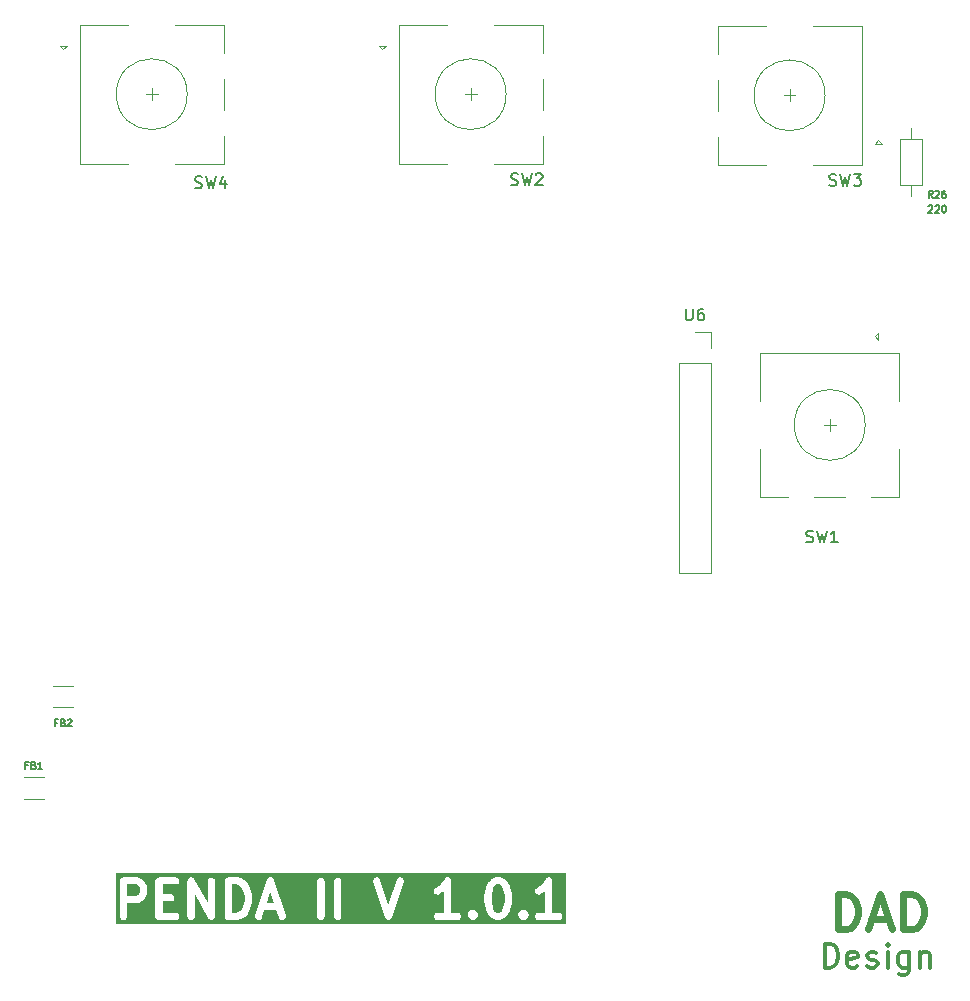
<source format=gbr>
%TF.GenerationSoftware,KiCad,Pcbnew,9.0.1*%
%TF.CreationDate,2025-05-12T14:22:17+02:00*%
%TF.ProjectId,PENDA2,50454e44-4132-42e6-9b69-6361645f7063,rev?*%
%TF.SameCoordinates,Original*%
%TF.FileFunction,Legend,Top*%
%TF.FilePolarity,Positive*%
%FSLAX46Y46*%
G04 Gerber Fmt 4.6, Leading zero omitted, Abs format (unit mm)*
G04 Created by KiCad (PCBNEW 9.0.1) date 2025-05-12 14:22:17*
%MOMM*%
%LPD*%
G01*
G04 APERTURE LIST*
%ADD10C,0.300000*%
%ADD11C,0.600000*%
%ADD12C,0.150000*%
%ADD13C,0.120000*%
G04 APERTURE END LIST*
D10*
X111973558Y-116439638D02*
X111973558Y-114439638D01*
X111973558Y-114439638D02*
X112449748Y-114439638D01*
X112449748Y-114439638D02*
X112735463Y-114534876D01*
X112735463Y-114534876D02*
X112925939Y-114725352D01*
X112925939Y-114725352D02*
X113021177Y-114915828D01*
X113021177Y-114915828D02*
X113116415Y-115296780D01*
X113116415Y-115296780D02*
X113116415Y-115582495D01*
X113116415Y-115582495D02*
X113021177Y-115963447D01*
X113021177Y-115963447D02*
X112925939Y-116153923D01*
X112925939Y-116153923D02*
X112735463Y-116344400D01*
X112735463Y-116344400D02*
X112449748Y-116439638D01*
X112449748Y-116439638D02*
X111973558Y-116439638D01*
X114735463Y-116344400D02*
X114544987Y-116439638D01*
X114544987Y-116439638D02*
X114164034Y-116439638D01*
X114164034Y-116439638D02*
X113973558Y-116344400D01*
X113973558Y-116344400D02*
X113878320Y-116153923D01*
X113878320Y-116153923D02*
X113878320Y-115392019D01*
X113878320Y-115392019D02*
X113973558Y-115201542D01*
X113973558Y-115201542D02*
X114164034Y-115106304D01*
X114164034Y-115106304D02*
X114544987Y-115106304D01*
X114544987Y-115106304D02*
X114735463Y-115201542D01*
X114735463Y-115201542D02*
X114830701Y-115392019D01*
X114830701Y-115392019D02*
X114830701Y-115582495D01*
X114830701Y-115582495D02*
X113878320Y-115772971D01*
X115592606Y-116344400D02*
X115783082Y-116439638D01*
X115783082Y-116439638D02*
X116164034Y-116439638D01*
X116164034Y-116439638D02*
X116354511Y-116344400D01*
X116354511Y-116344400D02*
X116449749Y-116153923D01*
X116449749Y-116153923D02*
X116449749Y-116058685D01*
X116449749Y-116058685D02*
X116354511Y-115868209D01*
X116354511Y-115868209D02*
X116164034Y-115772971D01*
X116164034Y-115772971D02*
X115878320Y-115772971D01*
X115878320Y-115772971D02*
X115687844Y-115677733D01*
X115687844Y-115677733D02*
X115592606Y-115487257D01*
X115592606Y-115487257D02*
X115592606Y-115392019D01*
X115592606Y-115392019D02*
X115687844Y-115201542D01*
X115687844Y-115201542D02*
X115878320Y-115106304D01*
X115878320Y-115106304D02*
X116164034Y-115106304D01*
X116164034Y-115106304D02*
X116354511Y-115201542D01*
X117306892Y-116439638D02*
X117306892Y-115106304D01*
X117306892Y-114439638D02*
X117211654Y-114534876D01*
X117211654Y-114534876D02*
X117306892Y-114630114D01*
X117306892Y-114630114D02*
X117402130Y-114534876D01*
X117402130Y-114534876D02*
X117306892Y-114439638D01*
X117306892Y-114439638D02*
X117306892Y-114630114D01*
X119116416Y-115106304D02*
X119116416Y-116725352D01*
X119116416Y-116725352D02*
X119021178Y-116915828D01*
X119021178Y-116915828D02*
X118925940Y-117011066D01*
X118925940Y-117011066D02*
X118735463Y-117106304D01*
X118735463Y-117106304D02*
X118449749Y-117106304D01*
X118449749Y-117106304D02*
X118259273Y-117011066D01*
X119116416Y-116344400D02*
X118925940Y-116439638D01*
X118925940Y-116439638D02*
X118544987Y-116439638D01*
X118544987Y-116439638D02*
X118354511Y-116344400D01*
X118354511Y-116344400D02*
X118259273Y-116249161D01*
X118259273Y-116249161D02*
X118164035Y-116058685D01*
X118164035Y-116058685D02*
X118164035Y-115487257D01*
X118164035Y-115487257D02*
X118259273Y-115296780D01*
X118259273Y-115296780D02*
X118354511Y-115201542D01*
X118354511Y-115201542D02*
X118544987Y-115106304D01*
X118544987Y-115106304D02*
X118925940Y-115106304D01*
X118925940Y-115106304D02*
X119116416Y-115201542D01*
X120068797Y-115106304D02*
X120068797Y-116439638D01*
X120068797Y-115296780D02*
X120164035Y-115201542D01*
X120164035Y-115201542D02*
X120354511Y-115106304D01*
X120354511Y-115106304D02*
X120640226Y-115106304D01*
X120640226Y-115106304D02*
X120830702Y-115201542D01*
X120830702Y-115201542D02*
X120925940Y-115392019D01*
X120925940Y-115392019D02*
X120925940Y-116439638D01*
D11*
G36*
X62446967Y-109506724D02*
G01*
X62648180Y-109707936D01*
X62754536Y-109920649D01*
X62880450Y-110424303D01*
X62880450Y-110779010D01*
X62754536Y-111282664D01*
X62648180Y-111495377D01*
X62446966Y-111696590D01*
X62131767Y-111801657D01*
X61766164Y-111801657D01*
X61766164Y-109401657D01*
X62131767Y-109401657D01*
X62446967Y-109506724D01*
G37*
G36*
X84574169Y-109491070D02*
G01*
X84648179Y-109565079D01*
X84754535Y-109777792D01*
X84880449Y-110281446D01*
X84880449Y-110921867D01*
X84754535Y-111425521D01*
X84648179Y-111638234D01*
X84574169Y-111712244D01*
X84395343Y-111801657D01*
X84251269Y-111801657D01*
X84072443Y-111712244D01*
X83998433Y-111638234D01*
X83892076Y-111425520D01*
X83766163Y-110921867D01*
X83766163Y-110281446D01*
X83892076Y-109777791D01*
X83998432Y-109565079D01*
X84072442Y-109491070D01*
X84251269Y-109401657D01*
X84395343Y-109401657D01*
X84574169Y-109491070D01*
G37*
G36*
X65335651Y-110944514D02*
G01*
X64739535Y-110944514D01*
X65037592Y-110050340D01*
X65335651Y-110944514D01*
G37*
G36*
X53859885Y-109491070D02*
G01*
X53933894Y-109565079D01*
X54023307Y-109743905D01*
X54023307Y-110030837D01*
X53933894Y-110209663D01*
X53859885Y-110283671D01*
X53681058Y-110373085D01*
X52909021Y-110373085D01*
X52909021Y-109401657D01*
X53681058Y-109401657D01*
X53859885Y-109491070D01*
G37*
G36*
X90096929Y-112734990D02*
G01*
X51975688Y-112734990D01*
X51975688Y-109101657D01*
X52309021Y-109101657D01*
X52309021Y-112101657D01*
X52311588Y-112140815D01*
X52331857Y-112216462D01*
X52371015Y-112284285D01*
X52426393Y-112339663D01*
X52494216Y-112378821D01*
X52569863Y-112399090D01*
X52648179Y-112399090D01*
X52723826Y-112378821D01*
X52791649Y-112339663D01*
X52847027Y-112284285D01*
X52886185Y-112216462D01*
X52906454Y-112140815D01*
X52909021Y-112101657D01*
X52909021Y-110973085D01*
X53751878Y-110973085D01*
X53768054Y-110972024D01*
X53773144Y-110972330D01*
X53777739Y-110971389D01*
X53791036Y-110970518D01*
X53820249Y-110962690D01*
X53849870Y-110956629D01*
X53862148Y-110951464D01*
X53866683Y-110950249D01*
X53871102Y-110947697D01*
X53886042Y-110941413D01*
X54171757Y-110798556D01*
X54205633Y-110778748D01*
X54212393Y-110772753D01*
X54220221Y-110768234D01*
X54249725Y-110742360D01*
X54392582Y-110599503D01*
X54418456Y-110569999D01*
X54422975Y-110562171D01*
X54428970Y-110555411D01*
X54448778Y-110521535D01*
X54591635Y-110235821D01*
X54597919Y-110220881D01*
X54600471Y-110216462D01*
X54601686Y-110211927D01*
X54606851Y-110199649D01*
X54612912Y-110170027D01*
X54620740Y-110140815D01*
X54621611Y-110127519D01*
X54622552Y-110122924D01*
X54622246Y-110117834D01*
X54623307Y-110101657D01*
X54623307Y-109673085D01*
X54622246Y-109656907D01*
X54622552Y-109651818D01*
X54621611Y-109647222D01*
X54620740Y-109633927D01*
X54612912Y-109604714D01*
X54606851Y-109575093D01*
X54601686Y-109562814D01*
X54600471Y-109558280D01*
X54597919Y-109553860D01*
X54591635Y-109538921D01*
X54448778Y-109253207D01*
X54428970Y-109219331D01*
X54422975Y-109212570D01*
X54418456Y-109204743D01*
X54392582Y-109175239D01*
X54319000Y-109101657D01*
X55309021Y-109101657D01*
X55309021Y-112101657D01*
X55311588Y-112140815D01*
X55331857Y-112216462D01*
X55371015Y-112284285D01*
X55426393Y-112339663D01*
X55494216Y-112378821D01*
X55569863Y-112399090D01*
X55609021Y-112401657D01*
X57037593Y-112401657D01*
X57076751Y-112399090D01*
X57152398Y-112378821D01*
X57220221Y-112339663D01*
X57275599Y-112284285D01*
X57314757Y-112216462D01*
X57335026Y-112140815D01*
X57335026Y-112062499D01*
X57314757Y-111986852D01*
X57275599Y-111919029D01*
X57220221Y-111863651D01*
X57152398Y-111824493D01*
X57076751Y-111804224D01*
X57037593Y-111801657D01*
X55909021Y-111801657D01*
X55909021Y-110830228D01*
X56609021Y-110830228D01*
X56648179Y-110827661D01*
X56723826Y-110807392D01*
X56791649Y-110768234D01*
X56847027Y-110712856D01*
X56886185Y-110645033D01*
X56906454Y-110569386D01*
X56906454Y-110491070D01*
X56886185Y-110415423D01*
X56847027Y-110347600D01*
X56791649Y-110292222D01*
X56723826Y-110253064D01*
X56648179Y-110232795D01*
X56609021Y-110230228D01*
X55909021Y-110230228D01*
X55909021Y-109401657D01*
X57037593Y-109401657D01*
X57076751Y-109399090D01*
X57152398Y-109378821D01*
X57220221Y-109339663D01*
X57275599Y-109284285D01*
X57314757Y-109216462D01*
X57335026Y-109140815D01*
X57335026Y-109101657D01*
X58023307Y-109101657D01*
X58023307Y-112101657D01*
X58025874Y-112140815D01*
X58046143Y-112216462D01*
X58085301Y-112284285D01*
X58140679Y-112339663D01*
X58208502Y-112378821D01*
X58284149Y-112399090D01*
X58362465Y-112399090D01*
X58438112Y-112378821D01*
X58505935Y-112339663D01*
X58561313Y-112284285D01*
X58600471Y-112216462D01*
X58620740Y-112140815D01*
X58623307Y-112101657D01*
X58623307Y-110231326D01*
X59777120Y-112250498D01*
X59798776Y-112283223D01*
X59799249Y-112283701D01*
X59799587Y-112284285D01*
X59826787Y-112311485D01*
X59853906Y-112338847D01*
X59854489Y-112339187D01*
X59854965Y-112339663D01*
X59888379Y-112358954D01*
X59921555Y-112378306D01*
X59922201Y-112378482D01*
X59922788Y-112378821D01*
X59960049Y-112388804D01*
X59997111Y-112398913D01*
X59997785Y-112398916D01*
X59998435Y-112399090D01*
X60036829Y-112399090D01*
X60075426Y-112399262D01*
X60076080Y-112399090D01*
X60076751Y-112399090D01*
X60113946Y-112389123D01*
X60151162Y-112379329D01*
X60151744Y-112378996D01*
X60152398Y-112378821D01*
X60185851Y-112359506D01*
X60219160Y-112340473D01*
X60219637Y-112340000D01*
X60220221Y-112339663D01*
X60247479Y-112312404D01*
X60274783Y-112285343D01*
X60275121Y-112284762D01*
X60275599Y-112284285D01*
X60294918Y-112250822D01*
X60314242Y-112217695D01*
X60314418Y-112217048D01*
X60314757Y-112216462D01*
X60324748Y-112179171D01*
X60334849Y-112142138D01*
X60334852Y-112141464D01*
X60335026Y-112140815D01*
X60337593Y-112101657D01*
X60337593Y-109101657D01*
X61166164Y-109101657D01*
X61166164Y-112101657D01*
X61168731Y-112140815D01*
X61189000Y-112216462D01*
X61228158Y-112284285D01*
X61283536Y-112339663D01*
X61351359Y-112378821D01*
X61427006Y-112399090D01*
X61466164Y-112401657D01*
X62180450Y-112401657D01*
X62219608Y-112399090D01*
X62228335Y-112396751D01*
X62237358Y-112396210D01*
X62275318Y-112386262D01*
X62703889Y-112243405D01*
X62718898Y-112237284D01*
X62723826Y-112235964D01*
X62727890Y-112233617D01*
X62740226Y-112228587D01*
X62765456Y-112211928D01*
X62791649Y-112196806D01*
X62801668Y-112188019D01*
X62805581Y-112185436D01*
X62808962Y-112181622D01*
X62821153Y-112170932D01*
X62869161Y-112122924D01*
X63738348Y-112122924D01*
X63754049Y-112199649D01*
X63789073Y-112269697D01*
X63841032Y-112328293D01*
X63906388Y-112371444D01*
X63980685Y-112396210D01*
X64058860Y-112400902D01*
X64135585Y-112385201D01*
X64205633Y-112350177D01*
X64264229Y-112298218D01*
X64307380Y-112232862D01*
X64322198Y-112196525D01*
X64539535Y-111544514D01*
X65535651Y-111544514D01*
X65752988Y-112196526D01*
X65767806Y-112232862D01*
X65810957Y-112298218D01*
X65869553Y-112350178D01*
X65939601Y-112385202D01*
X66016326Y-112400903D01*
X66094501Y-112396210D01*
X66168798Y-112371444D01*
X66234154Y-112328294D01*
X66286113Y-112269698D01*
X66321137Y-112199649D01*
X66336838Y-112122924D01*
X66332146Y-112044749D01*
X66322198Y-112006789D01*
X65353821Y-109101657D01*
X69023307Y-109101657D01*
X69023307Y-112101657D01*
X69025874Y-112140815D01*
X69046143Y-112216462D01*
X69085301Y-112284285D01*
X69140679Y-112339663D01*
X69208502Y-112378821D01*
X69284149Y-112399090D01*
X69362465Y-112399090D01*
X69438112Y-112378821D01*
X69505935Y-112339663D01*
X69561313Y-112284285D01*
X69600471Y-112216462D01*
X69620740Y-112140815D01*
X69623307Y-112101657D01*
X69623307Y-109101657D01*
X70451878Y-109101657D01*
X70451878Y-112101657D01*
X70454445Y-112140815D01*
X70474714Y-112216462D01*
X70513872Y-112284285D01*
X70569250Y-112339663D01*
X70637073Y-112378821D01*
X70712720Y-112399090D01*
X70791036Y-112399090D01*
X70866683Y-112378821D01*
X70934506Y-112339663D01*
X70989884Y-112284285D01*
X71029042Y-112216462D01*
X71049311Y-112140815D01*
X71051878Y-112101657D01*
X71051878Y-109101657D01*
X71050484Y-109080390D01*
X73738347Y-109080390D01*
X73743039Y-109158565D01*
X73752987Y-109196525D01*
X74752987Y-112196526D01*
X74753833Y-112198602D01*
X74754048Y-112199649D01*
X74755200Y-112201954D01*
X74767805Y-112232862D01*
X74779545Y-112250644D01*
X74789072Y-112269697D01*
X74801025Y-112283177D01*
X74810956Y-112298218D01*
X74826897Y-112312354D01*
X74841031Y-112328293D01*
X74856068Y-112338221D01*
X74869552Y-112350178D01*
X74888611Y-112359707D01*
X74906387Y-112371444D01*
X74923478Y-112377141D01*
X74939600Y-112385202D01*
X74960477Y-112389474D01*
X74980684Y-112396210D01*
X74998666Y-112397289D01*
X75016325Y-112400903D01*
X75037598Y-112399625D01*
X75058859Y-112400902D01*
X75076509Y-112397290D01*
X75094500Y-112396210D01*
X75114714Y-112389471D01*
X75135584Y-112385201D01*
X75151699Y-112377143D01*
X75168797Y-112371444D01*
X75186580Y-112359702D01*
X75205632Y-112350177D01*
X75219108Y-112338226D01*
X75234153Y-112328294D01*
X75248291Y-112312349D01*
X75264228Y-112298218D01*
X75274155Y-112283181D01*
X75286112Y-112269698D01*
X75295639Y-112250641D01*
X75307379Y-112232862D01*
X75319981Y-112201958D01*
X75321136Y-112199649D01*
X75321350Y-112198600D01*
X75322197Y-112196525D01*
X76061016Y-109980068D01*
X78881204Y-109980068D01*
X78896905Y-110056793D01*
X78931929Y-110126841D01*
X78983889Y-110185437D01*
X79049244Y-110228587D01*
X79123542Y-110253353D01*
X79201717Y-110258045D01*
X79278442Y-110242344D01*
X79314614Y-110227128D01*
X79600327Y-110084270D01*
X79634203Y-110064462D01*
X79640963Y-110058467D01*
X79648791Y-110053948D01*
X79678295Y-110028074D01*
X79737592Y-109968777D01*
X79737592Y-111801657D01*
X79180449Y-111801657D01*
X79141291Y-111804224D01*
X79065644Y-111824493D01*
X78997821Y-111863651D01*
X78942443Y-111919029D01*
X78903285Y-111986852D01*
X78883016Y-112062499D01*
X78883016Y-112140815D01*
X78903285Y-112216462D01*
X78942443Y-112284285D01*
X78997821Y-112339663D01*
X79065644Y-112378821D01*
X79141291Y-112399090D01*
X79180449Y-112401657D01*
X80894735Y-112401657D01*
X80933893Y-112399090D01*
X81009540Y-112378821D01*
X81077363Y-112339663D01*
X81132741Y-112284285D01*
X81171899Y-112216462D01*
X81192168Y-112140815D01*
X81192168Y-112062499D01*
X81171899Y-111986852D01*
X81133095Y-111919643D01*
X81740159Y-111919643D01*
X81740159Y-111997959D01*
X81760428Y-112073606D01*
X81776624Y-112101657D01*
X81799586Y-112141428D01*
X81825460Y-112170932D01*
X81968317Y-112313789D01*
X81997821Y-112339663D01*
X82065644Y-112378821D01*
X82141291Y-112399090D01*
X82219607Y-112399090D01*
X82295254Y-112378821D01*
X82363077Y-112339663D01*
X82392581Y-112313789D01*
X82535438Y-112170932D01*
X82561312Y-112141428D01*
X82584274Y-112101657D01*
X82600470Y-112073606D01*
X82620739Y-111997959D01*
X82620739Y-111919643D01*
X82620575Y-111919029D01*
X82600470Y-111843995D01*
X82561312Y-111776172D01*
X82561304Y-111776164D01*
X82535439Y-111746669D01*
X82392582Y-111603811D01*
X82363078Y-111577937D01*
X82363077Y-111577936D01*
X82329032Y-111558280D01*
X82295255Y-111538778D01*
X82219608Y-111518509D01*
X82219607Y-111518509D01*
X82219606Y-111518509D01*
X82141290Y-111518509D01*
X82065643Y-111538778D01*
X82031866Y-111558280D01*
X81997821Y-111577936D01*
X81997820Y-111577937D01*
X81968316Y-111603811D01*
X81825459Y-111746669D01*
X81799593Y-111776164D01*
X81799586Y-111776172D01*
X81760428Y-111843995D01*
X81740324Y-111919029D01*
X81740159Y-111919643D01*
X81133095Y-111919643D01*
X81132741Y-111919029D01*
X81077363Y-111863651D01*
X81009540Y-111824493D01*
X80933893Y-111804224D01*
X80894735Y-111801657D01*
X80337592Y-111801657D01*
X80337592Y-110244514D01*
X83166163Y-110244514D01*
X83166163Y-110958800D01*
X83168171Y-110989445D01*
X83168113Y-110992949D01*
X83168564Y-110995439D01*
X83168730Y-110997958D01*
X83169634Y-111001334D01*
X83175120Y-111031561D01*
X83317977Y-111602989D01*
X83324426Y-111623092D01*
X83325476Y-111628220D01*
X83327986Y-111634187D01*
X83329965Y-111640355D01*
X83332506Y-111644933D01*
X83340692Y-111664392D01*
X83483549Y-111950106D01*
X83503357Y-111983982D01*
X83509351Y-111990742D01*
X83513871Y-111998570D01*
X83539745Y-112028074D01*
X83682603Y-112170932D01*
X83712107Y-112196806D01*
X83719934Y-112201325D01*
X83726695Y-112207320D01*
X83760571Y-112227128D01*
X84046285Y-112369985D01*
X84061224Y-112376269D01*
X84065644Y-112378821D01*
X84070178Y-112380036D01*
X84082457Y-112385201D01*
X84112078Y-112391262D01*
X84141291Y-112399090D01*
X84154586Y-112399961D01*
X84159182Y-112400902D01*
X84164271Y-112400596D01*
X84180449Y-112401657D01*
X84466163Y-112401657D01*
X84482340Y-112400596D01*
X84487430Y-112400902D01*
X84492025Y-112399961D01*
X84505321Y-112399090D01*
X84534533Y-112391262D01*
X84564155Y-112385201D01*
X84576433Y-112380036D01*
X84580968Y-112378821D01*
X84585387Y-112376269D01*
X84600327Y-112369985D01*
X84886041Y-112227128D01*
X84919917Y-112207320D01*
X84926677Y-112201325D01*
X84934505Y-112196806D01*
X84964009Y-112170932D01*
X85106867Y-112028074D01*
X85132741Y-111998570D01*
X85137260Y-111990742D01*
X85143255Y-111983982D01*
X85163063Y-111950106D01*
X85178295Y-111919643D01*
X86025873Y-111919643D01*
X86025873Y-111997959D01*
X86046142Y-112073606D01*
X86062338Y-112101657D01*
X86085300Y-112141428D01*
X86111174Y-112170932D01*
X86254031Y-112313789D01*
X86283535Y-112339663D01*
X86351358Y-112378821D01*
X86427005Y-112399090D01*
X86505321Y-112399090D01*
X86580968Y-112378821D01*
X86648791Y-112339663D01*
X86678295Y-112313789D01*
X86821152Y-112170932D01*
X86847026Y-112141428D01*
X86869988Y-112101657D01*
X86886184Y-112073606D01*
X86906453Y-111997959D01*
X86906453Y-111919643D01*
X86906289Y-111919029D01*
X86886184Y-111843995D01*
X86847026Y-111776172D01*
X86847018Y-111776164D01*
X86821153Y-111746669D01*
X86678296Y-111603811D01*
X86648792Y-111577937D01*
X86648791Y-111577936D01*
X86614746Y-111558280D01*
X86580969Y-111538778D01*
X86505322Y-111518509D01*
X86505321Y-111518509D01*
X86505320Y-111518509D01*
X86427004Y-111518509D01*
X86351357Y-111538778D01*
X86317580Y-111558280D01*
X86283535Y-111577936D01*
X86283534Y-111577937D01*
X86254030Y-111603811D01*
X86111173Y-111746669D01*
X86085307Y-111776164D01*
X86085300Y-111776172D01*
X86046142Y-111843995D01*
X86026038Y-111919029D01*
X86025873Y-111919643D01*
X85178295Y-111919643D01*
X85305920Y-111664392D01*
X85314105Y-111644933D01*
X85316647Y-111640355D01*
X85318625Y-111634187D01*
X85321136Y-111628220D01*
X85322185Y-111623092D01*
X85328635Y-111602989D01*
X85471492Y-111031560D01*
X85476977Y-111001335D01*
X85477882Y-110997958D01*
X85478047Y-110995438D01*
X85478499Y-110992949D01*
X85478440Y-110989445D01*
X85480449Y-110958800D01*
X85480449Y-110244514D01*
X85478440Y-110213868D01*
X85478499Y-110210364D01*
X85478047Y-110207873D01*
X85477882Y-110205356D01*
X85476977Y-110201980D01*
X85471492Y-110171753D01*
X85423571Y-109980068D01*
X87452632Y-109980068D01*
X87468333Y-110056793D01*
X87503357Y-110126841D01*
X87555317Y-110185437D01*
X87620672Y-110228587D01*
X87694970Y-110253353D01*
X87773145Y-110258045D01*
X87849870Y-110242344D01*
X87886042Y-110227128D01*
X88171755Y-110084270D01*
X88205631Y-110064462D01*
X88212391Y-110058467D01*
X88220219Y-110053948D01*
X88249723Y-110028074D01*
X88309020Y-109968777D01*
X88309020Y-111801657D01*
X87751877Y-111801657D01*
X87712719Y-111804224D01*
X87637072Y-111824493D01*
X87569249Y-111863651D01*
X87513871Y-111919029D01*
X87474713Y-111986852D01*
X87454444Y-112062499D01*
X87454444Y-112140815D01*
X87474713Y-112216462D01*
X87513871Y-112284285D01*
X87569249Y-112339663D01*
X87637072Y-112378821D01*
X87712719Y-112399090D01*
X87751877Y-112401657D01*
X89466163Y-112401657D01*
X89505321Y-112399090D01*
X89580968Y-112378821D01*
X89648791Y-112339663D01*
X89704169Y-112284285D01*
X89743327Y-112216462D01*
X89763596Y-112140815D01*
X89763596Y-112062499D01*
X89743327Y-111986852D01*
X89704169Y-111919029D01*
X89648791Y-111863651D01*
X89580968Y-111824493D01*
X89505321Y-111804224D01*
X89466163Y-111801657D01*
X88909020Y-111801657D01*
X88909020Y-109101657D01*
X88908037Y-109086673D01*
X88908357Y-109081723D01*
X88907399Y-109076934D01*
X88906453Y-109062499D01*
X88898799Y-109033933D01*
X88892998Y-109004928D01*
X88888696Y-108996227D01*
X88886184Y-108986852D01*
X88871394Y-108961235D01*
X88858286Y-108934725D01*
X88851879Y-108927435D01*
X88847026Y-108919029D01*
X88826107Y-108898110D01*
X88806587Y-108875899D01*
X88798513Y-108870516D01*
X88791648Y-108863651D01*
X88766026Y-108848858D01*
X88741425Y-108832457D01*
X88732232Y-108829347D01*
X88723825Y-108824493D01*
X88695256Y-108816838D01*
X88667239Y-108807360D01*
X88657550Y-108806735D01*
X88648178Y-108804224D01*
X88618610Y-108804224D01*
X88589086Y-108802320D01*
X88579567Y-108804224D01*
X88569862Y-108804224D01*
X88541287Y-108811880D01*
X88512291Y-108817680D01*
X88503594Y-108821979D01*
X88494215Y-108824493D01*
X88468593Y-108839285D01*
X88442088Y-108852391D01*
X88434798Y-108858797D01*
X88426392Y-108863651D01*
X88405473Y-108884569D01*
X88383262Y-108904090D01*
X88374467Y-108915575D01*
X88371014Y-108919029D01*
X88368533Y-108923325D01*
X88359405Y-108935247D01*
X88090169Y-109339100D01*
X87859883Y-109569385D01*
X87617712Y-109690472D01*
X87583836Y-109710280D01*
X87525240Y-109762240D01*
X87482090Y-109827595D01*
X87457324Y-109901893D01*
X87452632Y-109980068D01*
X85423571Y-109980068D01*
X85328635Y-109600324D01*
X85322185Y-109580220D01*
X85321136Y-109575093D01*
X85318625Y-109569125D01*
X85316647Y-109562958D01*
X85314105Y-109558379D01*
X85305920Y-109538921D01*
X85163063Y-109253207D01*
X85143255Y-109219331D01*
X85137259Y-109212569D01*
X85132740Y-109204742D01*
X85106866Y-109175238D01*
X84964008Y-109032381D01*
X84934504Y-109006508D01*
X84926679Y-109001990D01*
X84919917Y-108995994D01*
X84886041Y-108976186D01*
X84600327Y-108833329D01*
X84585387Y-108827044D01*
X84580968Y-108824493D01*
X84576433Y-108823277D01*
X84564155Y-108818113D01*
X84534533Y-108812051D01*
X84505321Y-108804224D01*
X84492025Y-108803352D01*
X84487430Y-108802412D01*
X84482340Y-108802717D01*
X84466163Y-108801657D01*
X84180449Y-108801657D01*
X84164271Y-108802717D01*
X84159182Y-108802412D01*
X84154586Y-108803352D01*
X84141291Y-108804224D01*
X84112078Y-108812051D01*
X84082457Y-108818113D01*
X84070178Y-108823277D01*
X84065644Y-108824493D01*
X84061224Y-108827044D01*
X84046285Y-108833329D01*
X83760571Y-108976186D01*
X83726695Y-108995994D01*
X83719932Y-109001990D01*
X83712108Y-109006508D01*
X83682604Y-109032381D01*
X83539746Y-109175238D01*
X83513872Y-109204742D01*
X83509352Y-109212569D01*
X83503357Y-109219331D01*
X83483549Y-109253207D01*
X83340692Y-109538921D01*
X83332504Y-109558383D01*
X83329965Y-109562959D01*
X83327987Y-109569121D01*
X83325476Y-109575093D01*
X83324426Y-109580223D01*
X83317977Y-109600325D01*
X83175120Y-110171753D01*
X83169634Y-110201979D01*
X83168730Y-110205356D01*
X83168564Y-110207874D01*
X83168113Y-110210365D01*
X83168171Y-110213868D01*
X83166163Y-110244514D01*
X80337592Y-110244514D01*
X80337592Y-109101657D01*
X80336609Y-109086673D01*
X80336929Y-109081723D01*
X80335971Y-109076934D01*
X80335025Y-109062499D01*
X80327371Y-109033933D01*
X80321570Y-109004928D01*
X80317268Y-108996227D01*
X80314756Y-108986852D01*
X80299966Y-108961235D01*
X80286858Y-108934725D01*
X80280451Y-108927435D01*
X80275598Y-108919029D01*
X80254679Y-108898110D01*
X80235159Y-108875899D01*
X80227085Y-108870516D01*
X80220220Y-108863651D01*
X80194598Y-108848858D01*
X80169997Y-108832457D01*
X80160804Y-108829347D01*
X80152397Y-108824493D01*
X80123828Y-108816838D01*
X80095811Y-108807360D01*
X80086122Y-108806735D01*
X80076750Y-108804224D01*
X80047182Y-108804224D01*
X80017658Y-108802320D01*
X80008139Y-108804224D01*
X79998434Y-108804224D01*
X79969859Y-108811880D01*
X79940863Y-108817680D01*
X79932166Y-108821979D01*
X79922787Y-108824493D01*
X79897165Y-108839285D01*
X79870660Y-108852391D01*
X79863370Y-108858797D01*
X79854964Y-108863651D01*
X79834045Y-108884569D01*
X79811834Y-108904090D01*
X79803039Y-108915575D01*
X79799586Y-108919029D01*
X79797105Y-108923325D01*
X79787977Y-108935247D01*
X79518741Y-109339100D01*
X79288455Y-109569385D01*
X79046284Y-109690472D01*
X79012408Y-109710280D01*
X78953812Y-109762240D01*
X78910662Y-109827595D01*
X78885896Y-109901893D01*
X78881204Y-109980068D01*
X76061016Y-109980068D01*
X76322197Y-109196525D01*
X76332145Y-109158565D01*
X76336837Y-109080390D01*
X76321136Y-109003665D01*
X76286112Y-108933616D01*
X76234153Y-108875020D01*
X76168797Y-108831870D01*
X76094500Y-108807104D01*
X76016325Y-108802411D01*
X75939600Y-108818112D01*
X75869552Y-108853136D01*
X75810956Y-108905096D01*
X75767805Y-108970452D01*
X75752987Y-109006788D01*
X75037591Y-111152973D01*
X74322197Y-109006789D01*
X74307379Y-108970452D01*
X74264228Y-108905096D01*
X74205632Y-108853137D01*
X74135584Y-108818113D01*
X74058859Y-108802412D01*
X73980684Y-108807104D01*
X73906387Y-108831870D01*
X73841031Y-108875021D01*
X73789072Y-108933617D01*
X73754048Y-109003665D01*
X73738347Y-109080390D01*
X71050484Y-109080390D01*
X71049311Y-109062499D01*
X71029042Y-108986852D01*
X70989884Y-108919029D01*
X70934506Y-108863651D01*
X70866683Y-108824493D01*
X70791036Y-108804224D01*
X70712720Y-108804224D01*
X70637073Y-108824493D01*
X70569250Y-108863651D01*
X70513872Y-108919029D01*
X70474714Y-108986852D01*
X70454445Y-109062499D01*
X70451878Y-109101657D01*
X69623307Y-109101657D01*
X69620740Y-109062499D01*
X69600471Y-108986852D01*
X69561313Y-108919029D01*
X69505935Y-108863651D01*
X69438112Y-108824493D01*
X69362465Y-108804224D01*
X69284149Y-108804224D01*
X69208502Y-108824493D01*
X69140679Y-108863651D01*
X69085301Y-108919029D01*
X69046143Y-108986852D01*
X69025874Y-109062499D01*
X69023307Y-109101657D01*
X65353821Y-109101657D01*
X65322198Y-109006789D01*
X65321351Y-109004713D01*
X65321137Y-109003665D01*
X65319982Y-109001355D01*
X65307380Y-108970452D01*
X65295640Y-108952672D01*
X65286113Y-108933616D01*
X65274156Y-108920132D01*
X65264229Y-108905096D01*
X65248292Y-108890964D01*
X65234154Y-108875020D01*
X65219109Y-108865087D01*
X65205633Y-108853137D01*
X65186581Y-108843611D01*
X65168798Y-108831870D01*
X65151700Y-108826170D01*
X65135585Y-108818113D01*
X65114715Y-108813842D01*
X65094501Y-108807104D01*
X65076510Y-108806023D01*
X65058860Y-108802412D01*
X65037599Y-108803688D01*
X65016326Y-108802411D01*
X64998667Y-108806024D01*
X64980685Y-108807104D01*
X64960478Y-108813839D01*
X64939601Y-108818112D01*
X64923479Y-108826172D01*
X64906388Y-108831870D01*
X64888612Y-108843606D01*
X64869553Y-108853136D01*
X64856069Y-108865092D01*
X64841032Y-108875021D01*
X64826898Y-108890959D01*
X64810957Y-108905096D01*
X64801026Y-108920136D01*
X64789073Y-108933617D01*
X64779546Y-108952669D01*
X64767806Y-108970452D01*
X64755201Y-109001359D01*
X64754049Y-109003665D01*
X64753834Y-109004711D01*
X64752988Y-109006788D01*
X63752988Y-112006789D01*
X63743040Y-112044749D01*
X63738348Y-112122924D01*
X62869161Y-112122924D01*
X63106868Y-111885217D01*
X63132742Y-111855713D01*
X63137261Y-111847885D01*
X63143256Y-111841125D01*
X63163064Y-111807249D01*
X63305921Y-111521535D01*
X63314106Y-111502076D01*
X63316648Y-111497498D01*
X63318626Y-111491330D01*
X63321137Y-111485363D01*
X63322186Y-111480235D01*
X63328636Y-111460132D01*
X63471493Y-110888703D01*
X63476978Y-110858475D01*
X63477883Y-110855100D01*
X63478048Y-110852582D01*
X63478500Y-110850092D01*
X63478441Y-110846587D01*
X63480450Y-110815942D01*
X63480450Y-110387371D01*
X63478441Y-110356725D01*
X63478500Y-110353221D01*
X63478048Y-110350730D01*
X63477883Y-110348213D01*
X63476978Y-110344837D01*
X63471493Y-110314610D01*
X63328636Y-109743181D01*
X63322186Y-109723077D01*
X63321137Y-109717950D01*
X63318626Y-109711982D01*
X63316648Y-109705815D01*
X63314106Y-109701236D01*
X63305921Y-109681778D01*
X63163064Y-109396064D01*
X63143256Y-109362188D01*
X63137260Y-109355426D01*
X63132741Y-109347599D01*
X63106867Y-109318095D01*
X62821153Y-109032382D01*
X62808962Y-109021691D01*
X62805581Y-109017878D01*
X62801668Y-109015294D01*
X62791649Y-109006508D01*
X62765456Y-108991385D01*
X62740226Y-108974727D01*
X62727890Y-108969696D01*
X62723826Y-108967350D01*
X62718898Y-108966029D01*
X62703889Y-108959909D01*
X62275318Y-108817052D01*
X62237358Y-108807104D01*
X62228335Y-108806562D01*
X62219608Y-108804224D01*
X62180450Y-108801657D01*
X61466164Y-108801657D01*
X61427006Y-108804224D01*
X61351359Y-108824493D01*
X61283536Y-108863651D01*
X61228158Y-108919029D01*
X61189000Y-108986852D01*
X61168731Y-109062499D01*
X61166164Y-109101657D01*
X60337593Y-109101657D01*
X60335026Y-109062499D01*
X60314757Y-108986852D01*
X60275599Y-108919029D01*
X60220221Y-108863651D01*
X60152398Y-108824493D01*
X60076751Y-108804224D01*
X59998435Y-108804224D01*
X59922788Y-108824493D01*
X59854965Y-108863651D01*
X59799587Y-108919029D01*
X59760429Y-108986852D01*
X59740160Y-109062499D01*
X59737593Y-109101657D01*
X59737593Y-110971987D01*
X58583780Y-108952815D01*
X58562123Y-108920090D01*
X58561650Y-108919612D01*
X58561313Y-108919029D01*
X58534111Y-108891827D01*
X58506993Y-108864466D01*
X58506409Y-108864125D01*
X58505935Y-108863651D01*
X58472640Y-108844428D01*
X58439345Y-108825007D01*
X58438695Y-108824829D01*
X58438112Y-108824493D01*
X58400924Y-108814528D01*
X58363788Y-108804401D01*
X58363114Y-108804397D01*
X58362465Y-108804224D01*
X58324070Y-108804224D01*
X58285474Y-108804052D01*
X58284820Y-108804224D01*
X58284149Y-108804224D01*
X58246953Y-108814190D01*
X58209738Y-108823985D01*
X58209155Y-108824317D01*
X58208502Y-108824493D01*
X58175048Y-108843807D01*
X58141740Y-108862841D01*
X58141262Y-108863313D01*
X58140679Y-108863651D01*
X58113477Y-108890852D01*
X58086116Y-108917971D01*
X58085775Y-108918554D01*
X58085301Y-108919029D01*
X58066078Y-108952323D01*
X58046657Y-108985619D01*
X58046479Y-108986268D01*
X58046143Y-108986852D01*
X58036178Y-109024039D01*
X58026051Y-109061176D01*
X58026047Y-109061849D01*
X58025874Y-109062499D01*
X58023307Y-109101657D01*
X57335026Y-109101657D01*
X57335026Y-109062499D01*
X57314757Y-108986852D01*
X57275599Y-108919029D01*
X57220221Y-108863651D01*
X57152398Y-108824493D01*
X57076751Y-108804224D01*
X57037593Y-108801657D01*
X55609021Y-108801657D01*
X55569863Y-108804224D01*
X55494216Y-108824493D01*
X55426393Y-108863651D01*
X55371015Y-108919029D01*
X55331857Y-108986852D01*
X55311588Y-109062499D01*
X55309021Y-109101657D01*
X54319000Y-109101657D01*
X54249725Y-109032382D01*
X54220221Y-109006508D01*
X54212393Y-109001988D01*
X54205633Y-108995994D01*
X54171757Y-108976186D01*
X53886042Y-108833329D01*
X53871102Y-108827044D01*
X53866683Y-108824493D01*
X53862148Y-108823277D01*
X53849870Y-108818113D01*
X53820249Y-108812051D01*
X53791036Y-108804224D01*
X53777739Y-108803352D01*
X53773144Y-108802412D01*
X53768054Y-108802717D01*
X53751878Y-108801657D01*
X52609021Y-108801657D01*
X52569863Y-108804224D01*
X52494216Y-108824493D01*
X52426393Y-108863651D01*
X52371015Y-108919029D01*
X52331857Y-108986852D01*
X52311588Y-109062499D01*
X52309021Y-109101657D01*
X51975688Y-109101657D01*
X51975688Y-108468324D01*
X90096929Y-108468324D01*
X90096929Y-112734990D01*
G37*
X113059021Y-113201657D02*
X113059021Y-110201657D01*
X113059021Y-110201657D02*
X113773307Y-110201657D01*
X113773307Y-110201657D02*
X114201878Y-110344514D01*
X114201878Y-110344514D02*
X114487593Y-110630228D01*
X114487593Y-110630228D02*
X114630450Y-110915942D01*
X114630450Y-110915942D02*
X114773307Y-111487371D01*
X114773307Y-111487371D02*
X114773307Y-111915942D01*
X114773307Y-111915942D02*
X114630450Y-112487371D01*
X114630450Y-112487371D02*
X114487593Y-112773085D01*
X114487593Y-112773085D02*
X114201878Y-113058800D01*
X114201878Y-113058800D02*
X113773307Y-113201657D01*
X113773307Y-113201657D02*
X113059021Y-113201657D01*
X115916164Y-112344514D02*
X117344736Y-112344514D01*
X115630450Y-113201657D02*
X116630450Y-110201657D01*
X116630450Y-110201657D02*
X117630450Y-113201657D01*
X118630450Y-113201657D02*
X118630450Y-110201657D01*
X118630450Y-110201657D02*
X119344736Y-110201657D01*
X119344736Y-110201657D02*
X119773307Y-110344514D01*
X119773307Y-110344514D02*
X120059022Y-110630228D01*
X120059022Y-110630228D02*
X120201879Y-110915942D01*
X120201879Y-110915942D02*
X120344736Y-111487371D01*
X120344736Y-111487371D02*
X120344736Y-111915942D01*
X120344736Y-111915942D02*
X120201879Y-112487371D01*
X120201879Y-112487371D02*
X120059022Y-112773085D01*
X120059022Y-112773085D02*
X119773307Y-113058800D01*
X119773307Y-113058800D02*
X119344736Y-113201657D01*
X119344736Y-113201657D02*
X118630450Y-113201657D01*
D12*
X112366667Y-50207200D02*
X112509524Y-50254819D01*
X112509524Y-50254819D02*
X112747619Y-50254819D01*
X112747619Y-50254819D02*
X112842857Y-50207200D01*
X112842857Y-50207200D02*
X112890476Y-50159580D01*
X112890476Y-50159580D02*
X112938095Y-50064342D01*
X112938095Y-50064342D02*
X112938095Y-49969104D01*
X112938095Y-49969104D02*
X112890476Y-49873866D01*
X112890476Y-49873866D02*
X112842857Y-49826247D01*
X112842857Y-49826247D02*
X112747619Y-49778628D01*
X112747619Y-49778628D02*
X112557143Y-49731009D01*
X112557143Y-49731009D02*
X112461905Y-49683390D01*
X112461905Y-49683390D02*
X112414286Y-49635771D01*
X112414286Y-49635771D02*
X112366667Y-49540533D01*
X112366667Y-49540533D02*
X112366667Y-49445295D01*
X112366667Y-49445295D02*
X112414286Y-49350057D01*
X112414286Y-49350057D02*
X112461905Y-49302438D01*
X112461905Y-49302438D02*
X112557143Y-49254819D01*
X112557143Y-49254819D02*
X112795238Y-49254819D01*
X112795238Y-49254819D02*
X112938095Y-49302438D01*
X113271429Y-49254819D02*
X113509524Y-50254819D01*
X113509524Y-50254819D02*
X113700000Y-49540533D01*
X113700000Y-49540533D02*
X113890476Y-50254819D01*
X113890476Y-50254819D02*
X114128572Y-49254819D01*
X114414286Y-49254819D02*
X115033333Y-49254819D01*
X115033333Y-49254819D02*
X114700000Y-49635771D01*
X114700000Y-49635771D02*
X114842857Y-49635771D01*
X114842857Y-49635771D02*
X114938095Y-49683390D01*
X114938095Y-49683390D02*
X114985714Y-49731009D01*
X114985714Y-49731009D02*
X115033333Y-49826247D01*
X115033333Y-49826247D02*
X115033333Y-50064342D01*
X115033333Y-50064342D02*
X114985714Y-50159580D01*
X114985714Y-50159580D02*
X114938095Y-50207200D01*
X114938095Y-50207200D02*
X114842857Y-50254819D01*
X114842857Y-50254819D02*
X114557143Y-50254819D01*
X114557143Y-50254819D02*
X114461905Y-50207200D01*
X114461905Y-50207200D02*
X114414286Y-50159580D01*
X121114285Y-51269771D02*
X120914285Y-50984057D01*
X120771428Y-51269771D02*
X120771428Y-50669771D01*
X120771428Y-50669771D02*
X120999999Y-50669771D01*
X120999999Y-50669771D02*
X121057142Y-50698342D01*
X121057142Y-50698342D02*
X121085713Y-50726914D01*
X121085713Y-50726914D02*
X121114285Y-50784057D01*
X121114285Y-50784057D02*
X121114285Y-50869771D01*
X121114285Y-50869771D02*
X121085713Y-50926914D01*
X121085713Y-50926914D02*
X121057142Y-50955485D01*
X121057142Y-50955485D02*
X120999999Y-50984057D01*
X120999999Y-50984057D02*
X120771428Y-50984057D01*
X121342856Y-50726914D02*
X121371428Y-50698342D01*
X121371428Y-50698342D02*
X121428571Y-50669771D01*
X121428571Y-50669771D02*
X121571428Y-50669771D01*
X121571428Y-50669771D02*
X121628571Y-50698342D01*
X121628571Y-50698342D02*
X121657142Y-50726914D01*
X121657142Y-50726914D02*
X121685713Y-50784057D01*
X121685713Y-50784057D02*
X121685713Y-50841200D01*
X121685713Y-50841200D02*
X121657142Y-50926914D01*
X121657142Y-50926914D02*
X121314285Y-51269771D01*
X121314285Y-51269771D02*
X121685713Y-51269771D01*
X122200000Y-50669771D02*
X122085714Y-50669771D01*
X122085714Y-50669771D02*
X122028571Y-50698342D01*
X122028571Y-50698342D02*
X122000000Y-50726914D01*
X122000000Y-50726914D02*
X121942857Y-50812628D01*
X121942857Y-50812628D02*
X121914285Y-50926914D01*
X121914285Y-50926914D02*
X121914285Y-51155485D01*
X121914285Y-51155485D02*
X121942857Y-51212628D01*
X121942857Y-51212628D02*
X121971428Y-51241200D01*
X121971428Y-51241200D02*
X122028571Y-51269771D01*
X122028571Y-51269771D02*
X122142857Y-51269771D01*
X122142857Y-51269771D02*
X122200000Y-51241200D01*
X122200000Y-51241200D02*
X122228571Y-51212628D01*
X122228571Y-51212628D02*
X122257142Y-51155485D01*
X122257142Y-51155485D02*
X122257142Y-51012628D01*
X122257142Y-51012628D02*
X122228571Y-50955485D01*
X122228571Y-50955485D02*
X122200000Y-50926914D01*
X122200000Y-50926914D02*
X122142857Y-50898342D01*
X122142857Y-50898342D02*
X122028571Y-50898342D01*
X122028571Y-50898342D02*
X121971428Y-50926914D01*
X121971428Y-50926914D02*
X121942857Y-50955485D01*
X121942857Y-50955485D02*
X121914285Y-51012628D01*
X120757142Y-51976914D02*
X120785714Y-51948342D01*
X120785714Y-51948342D02*
X120842857Y-51919771D01*
X120842857Y-51919771D02*
X120985714Y-51919771D01*
X120985714Y-51919771D02*
X121042857Y-51948342D01*
X121042857Y-51948342D02*
X121071428Y-51976914D01*
X121071428Y-51976914D02*
X121099999Y-52034057D01*
X121099999Y-52034057D02*
X121099999Y-52091200D01*
X121099999Y-52091200D02*
X121071428Y-52176914D01*
X121071428Y-52176914D02*
X120728571Y-52519771D01*
X120728571Y-52519771D02*
X121099999Y-52519771D01*
X121328571Y-51976914D02*
X121357143Y-51948342D01*
X121357143Y-51948342D02*
X121414286Y-51919771D01*
X121414286Y-51919771D02*
X121557143Y-51919771D01*
X121557143Y-51919771D02*
X121614286Y-51948342D01*
X121614286Y-51948342D02*
X121642857Y-51976914D01*
X121642857Y-51976914D02*
X121671428Y-52034057D01*
X121671428Y-52034057D02*
X121671428Y-52091200D01*
X121671428Y-52091200D02*
X121642857Y-52176914D01*
X121642857Y-52176914D02*
X121300000Y-52519771D01*
X121300000Y-52519771D02*
X121671428Y-52519771D01*
X122042857Y-51919771D02*
X122100000Y-51919771D01*
X122100000Y-51919771D02*
X122157143Y-51948342D01*
X122157143Y-51948342D02*
X122185715Y-51976914D01*
X122185715Y-51976914D02*
X122214286Y-52034057D01*
X122214286Y-52034057D02*
X122242857Y-52148342D01*
X122242857Y-52148342D02*
X122242857Y-52291200D01*
X122242857Y-52291200D02*
X122214286Y-52405485D01*
X122214286Y-52405485D02*
X122185715Y-52462628D01*
X122185715Y-52462628D02*
X122157143Y-52491200D01*
X122157143Y-52491200D02*
X122100000Y-52519771D01*
X122100000Y-52519771D02*
X122042857Y-52519771D01*
X122042857Y-52519771D02*
X121985715Y-52491200D01*
X121985715Y-52491200D02*
X121957143Y-52462628D01*
X121957143Y-52462628D02*
X121928572Y-52405485D01*
X121928572Y-52405485D02*
X121900000Y-52291200D01*
X121900000Y-52291200D02*
X121900000Y-52148342D01*
X121900000Y-52148342D02*
X121928572Y-52034057D01*
X121928572Y-52034057D02*
X121957143Y-51976914D01*
X121957143Y-51976914D02*
X121985715Y-51948342D01*
X121985715Y-51948342D02*
X122042857Y-51919771D01*
X100213095Y-60644819D02*
X100213095Y-61454342D01*
X100213095Y-61454342D02*
X100260714Y-61549580D01*
X100260714Y-61549580D02*
X100308333Y-61597200D01*
X100308333Y-61597200D02*
X100403571Y-61644819D01*
X100403571Y-61644819D02*
X100594047Y-61644819D01*
X100594047Y-61644819D02*
X100689285Y-61597200D01*
X100689285Y-61597200D02*
X100736904Y-61549580D01*
X100736904Y-61549580D02*
X100784523Y-61454342D01*
X100784523Y-61454342D02*
X100784523Y-60644819D01*
X101689285Y-60644819D02*
X101498809Y-60644819D01*
X101498809Y-60644819D02*
X101403571Y-60692438D01*
X101403571Y-60692438D02*
X101355952Y-60740057D01*
X101355952Y-60740057D02*
X101260714Y-60882914D01*
X101260714Y-60882914D02*
X101213095Y-61073390D01*
X101213095Y-61073390D02*
X101213095Y-61454342D01*
X101213095Y-61454342D02*
X101260714Y-61549580D01*
X101260714Y-61549580D02*
X101308333Y-61597200D01*
X101308333Y-61597200D02*
X101403571Y-61644819D01*
X101403571Y-61644819D02*
X101594047Y-61644819D01*
X101594047Y-61644819D02*
X101689285Y-61597200D01*
X101689285Y-61597200D02*
X101736904Y-61549580D01*
X101736904Y-61549580D02*
X101784523Y-61454342D01*
X101784523Y-61454342D02*
X101784523Y-61216247D01*
X101784523Y-61216247D02*
X101736904Y-61121009D01*
X101736904Y-61121009D02*
X101689285Y-61073390D01*
X101689285Y-61073390D02*
X101594047Y-61025771D01*
X101594047Y-61025771D02*
X101403571Y-61025771D01*
X101403571Y-61025771D02*
X101308333Y-61073390D01*
X101308333Y-61073390D02*
X101260714Y-61121009D01*
X101260714Y-61121009D02*
X101213095Y-61216247D01*
X44500000Y-99305485D02*
X44300000Y-99305485D01*
X44300000Y-99619771D02*
X44300000Y-99019771D01*
X44300000Y-99019771D02*
X44585714Y-99019771D01*
X45014286Y-99305485D02*
X45100000Y-99334057D01*
X45100000Y-99334057D02*
X45128571Y-99362628D01*
X45128571Y-99362628D02*
X45157143Y-99419771D01*
X45157143Y-99419771D02*
X45157143Y-99505485D01*
X45157143Y-99505485D02*
X45128571Y-99562628D01*
X45128571Y-99562628D02*
X45100000Y-99591200D01*
X45100000Y-99591200D02*
X45042857Y-99619771D01*
X45042857Y-99619771D02*
X44814286Y-99619771D01*
X44814286Y-99619771D02*
X44814286Y-99019771D01*
X44814286Y-99019771D02*
X45014286Y-99019771D01*
X45014286Y-99019771D02*
X45071429Y-99048342D01*
X45071429Y-99048342D02*
X45100000Y-99076914D01*
X45100000Y-99076914D02*
X45128571Y-99134057D01*
X45128571Y-99134057D02*
X45128571Y-99191200D01*
X45128571Y-99191200D02*
X45100000Y-99248342D01*
X45100000Y-99248342D02*
X45071429Y-99276914D01*
X45071429Y-99276914D02*
X45014286Y-99305485D01*
X45014286Y-99305485D02*
X44814286Y-99305485D01*
X45728571Y-99619771D02*
X45385714Y-99619771D01*
X45557143Y-99619771D02*
X45557143Y-99019771D01*
X45557143Y-99019771D02*
X45500000Y-99105485D01*
X45500000Y-99105485D02*
X45442857Y-99162628D01*
X45442857Y-99162628D02*
X45385714Y-99191200D01*
X85416667Y-50157200D02*
X85559524Y-50204819D01*
X85559524Y-50204819D02*
X85797619Y-50204819D01*
X85797619Y-50204819D02*
X85892857Y-50157200D01*
X85892857Y-50157200D02*
X85940476Y-50109580D01*
X85940476Y-50109580D02*
X85988095Y-50014342D01*
X85988095Y-50014342D02*
X85988095Y-49919104D01*
X85988095Y-49919104D02*
X85940476Y-49823866D01*
X85940476Y-49823866D02*
X85892857Y-49776247D01*
X85892857Y-49776247D02*
X85797619Y-49728628D01*
X85797619Y-49728628D02*
X85607143Y-49681009D01*
X85607143Y-49681009D02*
X85511905Y-49633390D01*
X85511905Y-49633390D02*
X85464286Y-49585771D01*
X85464286Y-49585771D02*
X85416667Y-49490533D01*
X85416667Y-49490533D02*
X85416667Y-49395295D01*
X85416667Y-49395295D02*
X85464286Y-49300057D01*
X85464286Y-49300057D02*
X85511905Y-49252438D01*
X85511905Y-49252438D02*
X85607143Y-49204819D01*
X85607143Y-49204819D02*
X85845238Y-49204819D01*
X85845238Y-49204819D02*
X85988095Y-49252438D01*
X86321429Y-49204819D02*
X86559524Y-50204819D01*
X86559524Y-50204819D02*
X86750000Y-49490533D01*
X86750000Y-49490533D02*
X86940476Y-50204819D01*
X86940476Y-50204819D02*
X87178572Y-49204819D01*
X87511905Y-49300057D02*
X87559524Y-49252438D01*
X87559524Y-49252438D02*
X87654762Y-49204819D01*
X87654762Y-49204819D02*
X87892857Y-49204819D01*
X87892857Y-49204819D02*
X87988095Y-49252438D01*
X87988095Y-49252438D02*
X88035714Y-49300057D01*
X88035714Y-49300057D02*
X88083333Y-49395295D01*
X88083333Y-49395295D02*
X88083333Y-49490533D01*
X88083333Y-49490533D02*
X88035714Y-49633390D01*
X88035714Y-49633390D02*
X87464286Y-50204819D01*
X87464286Y-50204819D02*
X88083333Y-50204819D01*
X58666667Y-50407200D02*
X58809524Y-50454819D01*
X58809524Y-50454819D02*
X59047619Y-50454819D01*
X59047619Y-50454819D02*
X59142857Y-50407200D01*
X59142857Y-50407200D02*
X59190476Y-50359580D01*
X59190476Y-50359580D02*
X59238095Y-50264342D01*
X59238095Y-50264342D02*
X59238095Y-50169104D01*
X59238095Y-50169104D02*
X59190476Y-50073866D01*
X59190476Y-50073866D02*
X59142857Y-50026247D01*
X59142857Y-50026247D02*
X59047619Y-49978628D01*
X59047619Y-49978628D02*
X58857143Y-49931009D01*
X58857143Y-49931009D02*
X58761905Y-49883390D01*
X58761905Y-49883390D02*
X58714286Y-49835771D01*
X58714286Y-49835771D02*
X58666667Y-49740533D01*
X58666667Y-49740533D02*
X58666667Y-49645295D01*
X58666667Y-49645295D02*
X58714286Y-49550057D01*
X58714286Y-49550057D02*
X58761905Y-49502438D01*
X58761905Y-49502438D02*
X58857143Y-49454819D01*
X58857143Y-49454819D02*
X59095238Y-49454819D01*
X59095238Y-49454819D02*
X59238095Y-49502438D01*
X59571429Y-49454819D02*
X59809524Y-50454819D01*
X59809524Y-50454819D02*
X60000000Y-49740533D01*
X60000000Y-49740533D02*
X60190476Y-50454819D01*
X60190476Y-50454819D02*
X60428572Y-49454819D01*
X61238095Y-49788152D02*
X61238095Y-50454819D01*
X61000000Y-49407200D02*
X60761905Y-50121485D01*
X60761905Y-50121485D02*
X61380952Y-50121485D01*
X110416667Y-80407200D02*
X110559524Y-80454819D01*
X110559524Y-80454819D02*
X110797619Y-80454819D01*
X110797619Y-80454819D02*
X110892857Y-80407200D01*
X110892857Y-80407200D02*
X110940476Y-80359580D01*
X110940476Y-80359580D02*
X110988095Y-80264342D01*
X110988095Y-80264342D02*
X110988095Y-80169104D01*
X110988095Y-80169104D02*
X110940476Y-80073866D01*
X110940476Y-80073866D02*
X110892857Y-80026247D01*
X110892857Y-80026247D02*
X110797619Y-79978628D01*
X110797619Y-79978628D02*
X110607143Y-79931009D01*
X110607143Y-79931009D02*
X110511905Y-79883390D01*
X110511905Y-79883390D02*
X110464286Y-79835771D01*
X110464286Y-79835771D02*
X110416667Y-79740533D01*
X110416667Y-79740533D02*
X110416667Y-79645295D01*
X110416667Y-79645295D02*
X110464286Y-79550057D01*
X110464286Y-79550057D02*
X110511905Y-79502438D01*
X110511905Y-79502438D02*
X110607143Y-79454819D01*
X110607143Y-79454819D02*
X110845238Y-79454819D01*
X110845238Y-79454819D02*
X110988095Y-79502438D01*
X111321429Y-79454819D02*
X111559524Y-80454819D01*
X111559524Y-80454819D02*
X111750000Y-79740533D01*
X111750000Y-79740533D02*
X111940476Y-80454819D01*
X111940476Y-80454819D02*
X112178572Y-79454819D01*
X113083333Y-80454819D02*
X112511905Y-80454819D01*
X112797619Y-80454819D02*
X112797619Y-79454819D01*
X112797619Y-79454819D02*
X112702381Y-79597676D01*
X112702381Y-79597676D02*
X112607143Y-79692914D01*
X112607143Y-79692914D02*
X112511905Y-79740533D01*
X47000000Y-95705485D02*
X46800000Y-95705485D01*
X46800000Y-96019771D02*
X46800000Y-95419771D01*
X46800000Y-95419771D02*
X47085714Y-95419771D01*
X47514286Y-95705485D02*
X47600000Y-95734057D01*
X47600000Y-95734057D02*
X47628571Y-95762628D01*
X47628571Y-95762628D02*
X47657143Y-95819771D01*
X47657143Y-95819771D02*
X47657143Y-95905485D01*
X47657143Y-95905485D02*
X47628571Y-95962628D01*
X47628571Y-95962628D02*
X47600000Y-95991200D01*
X47600000Y-95991200D02*
X47542857Y-96019771D01*
X47542857Y-96019771D02*
X47314286Y-96019771D01*
X47314286Y-96019771D02*
X47314286Y-95419771D01*
X47314286Y-95419771D02*
X47514286Y-95419771D01*
X47514286Y-95419771D02*
X47571429Y-95448342D01*
X47571429Y-95448342D02*
X47600000Y-95476914D01*
X47600000Y-95476914D02*
X47628571Y-95534057D01*
X47628571Y-95534057D02*
X47628571Y-95591200D01*
X47628571Y-95591200D02*
X47600000Y-95648342D01*
X47600000Y-95648342D02*
X47571429Y-95676914D01*
X47571429Y-95676914D02*
X47514286Y-95705485D01*
X47514286Y-95705485D02*
X47314286Y-95705485D01*
X47885714Y-95476914D02*
X47914286Y-95448342D01*
X47914286Y-95448342D02*
X47971429Y-95419771D01*
X47971429Y-95419771D02*
X48114286Y-95419771D01*
X48114286Y-95419771D02*
X48171429Y-95448342D01*
X48171429Y-95448342D02*
X48200000Y-95476914D01*
X48200000Y-95476914D02*
X48228571Y-95534057D01*
X48228571Y-95534057D02*
X48228571Y-95591200D01*
X48228571Y-95591200D02*
X48200000Y-95676914D01*
X48200000Y-95676914D02*
X47857143Y-96019771D01*
X47857143Y-96019771D02*
X48228571Y-96019771D01*
D13*
%TO.C,SW3*%
X102900000Y-36700000D02*
X107000000Y-36700000D01*
X102900000Y-39100000D02*
X102900000Y-36700000D01*
X102900000Y-43900000D02*
X102900000Y-41300000D01*
X102900000Y-48500000D02*
X102900000Y-46100000D01*
X107000000Y-48500000D02*
X102900000Y-48500000D01*
X109000000Y-43100000D02*
X109000000Y-42100000D01*
X109500000Y-42600000D02*
X108500000Y-42600000D01*
X111000000Y-36700000D02*
X115100000Y-36700000D01*
X111000000Y-48500000D02*
X115100000Y-48500000D01*
X115100000Y-48500000D02*
X115100000Y-36700000D01*
X116200000Y-46700000D02*
X116500000Y-46400000D01*
X116500000Y-46400000D02*
X116800000Y-46700000D01*
X116800000Y-46700000D02*
X116200000Y-46700000D01*
X112000000Y-42600000D02*
G75*
G02*
X106000000Y-42600000I-3000000J0D01*
G01*
X106000000Y-42600000D02*
G75*
G02*
X112000000Y-42600000I3000000J0D01*
G01*
%TO.C,R26*%
X118330000Y-46330000D02*
X118330000Y-50170000D01*
X118330000Y-50170000D02*
X120170000Y-50170000D01*
X119250000Y-45380000D02*
X119250000Y-46330000D01*
X119250000Y-51120000D02*
X119250000Y-50170000D01*
X120170000Y-46330000D02*
X118330000Y-46330000D01*
X120170000Y-50170000D02*
X120170000Y-46330000D01*
%TO.C,U6*%
X99645000Y-65230000D02*
X99645000Y-83070000D01*
X99645000Y-65230000D02*
X102305000Y-65230000D01*
X99645000Y-83070000D02*
X102305000Y-83070000D01*
X100975000Y-62630000D02*
X102305000Y-62630000D01*
X102305000Y-62630000D02*
X102305000Y-63960000D01*
X102305000Y-65230000D02*
X102305000Y-83070000D01*
%TO.C,FB1*%
X44164758Y-100340000D02*
X45835242Y-100340000D01*
X44164758Y-102160000D02*
X45835242Y-102160000D01*
%TO.C,SW2*%
X74200000Y-38400000D02*
X74800000Y-38400000D01*
X74500000Y-38700000D02*
X74200000Y-38400000D01*
X74800000Y-38400000D02*
X74500000Y-38700000D01*
X75900000Y-36600000D02*
X75900000Y-48400000D01*
X80000000Y-36600000D02*
X75900000Y-36600000D01*
X80000000Y-48400000D02*
X75900000Y-48400000D01*
X81500000Y-42500000D02*
X82500000Y-42500000D01*
X82000000Y-42000000D02*
X82000000Y-43000000D01*
X84000000Y-36600000D02*
X88100000Y-36600000D01*
X88100000Y-36600000D02*
X88100000Y-39000000D01*
X88100000Y-41200000D02*
X88100000Y-43800000D01*
X88100000Y-46000000D02*
X88100000Y-48400000D01*
X88100000Y-48400000D02*
X84000000Y-48400000D01*
X85000000Y-42500000D02*
G75*
G02*
X79000000Y-42500000I-3000000J0D01*
G01*
X79000000Y-42500000D02*
G75*
G02*
X85000000Y-42500000I3000000J0D01*
G01*
%TO.C,SW4*%
X47200000Y-38400000D02*
X47800000Y-38400000D01*
X47500000Y-38700000D02*
X47200000Y-38400000D01*
X47800000Y-38400000D02*
X47500000Y-38700000D01*
X48900000Y-36600000D02*
X48900000Y-48400000D01*
X53000000Y-36600000D02*
X48900000Y-36600000D01*
X53000000Y-48400000D02*
X48900000Y-48400000D01*
X54500000Y-42500000D02*
X55500000Y-42500000D01*
X55000000Y-42000000D02*
X55000000Y-43000000D01*
X57000000Y-36600000D02*
X61100000Y-36600000D01*
X61100000Y-36600000D02*
X61100000Y-39000000D01*
X61100000Y-41200000D02*
X61100000Y-43800000D01*
X61100000Y-46000000D02*
X61100000Y-48400000D01*
X61100000Y-48400000D02*
X57000000Y-48400000D01*
X58000000Y-42500000D02*
G75*
G02*
X52000000Y-42500000I-3000000J0D01*
G01*
X52000000Y-42500000D02*
G75*
G02*
X58000000Y-42500000I3000000J0D01*
G01*
%TO.C,SW1*%
X106500000Y-68500000D02*
X106500000Y-64400000D01*
X106500000Y-76600000D02*
X106500000Y-72500000D01*
X108900000Y-76600000D02*
X106500000Y-76600000D01*
X112400000Y-70000000D02*
X112400000Y-71000000D01*
X112900000Y-70500000D02*
X111900000Y-70500000D01*
X113700000Y-76600000D02*
X111100000Y-76600000D01*
X116200000Y-63000000D02*
X116500000Y-62700000D01*
X116500000Y-62700000D02*
X116500000Y-63300000D01*
X116500000Y-63300000D02*
X116200000Y-63000000D01*
X118300000Y-64400000D02*
X106500000Y-64400000D01*
X118300000Y-68500000D02*
X118300000Y-64400000D01*
X118300000Y-72500000D02*
X118300000Y-76600000D01*
X118300000Y-76600000D02*
X115900000Y-76600000D01*
X115400000Y-70500000D02*
G75*
G02*
X109400000Y-70500000I-3000000J0D01*
G01*
X109400000Y-70500000D02*
G75*
G02*
X115400000Y-70500000I3000000J0D01*
G01*
%TO.C,FB2*%
X46664758Y-92590000D02*
X48335242Y-92590000D01*
X46664758Y-94410000D02*
X48335242Y-94410000D01*
%TD*%
M02*

</source>
